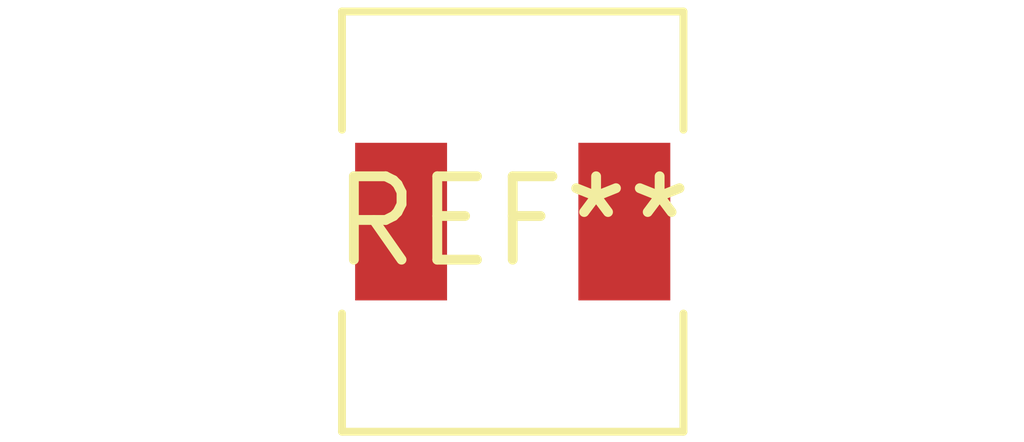
<source format=kicad_pcb>
(kicad_pcb (version 20240108) (generator pcbnew)
  (layers (0 "F.Cu" signal) (31 "B.Cu" signal) (34 "B.Paste" user) (35 "F.Paste" user) (36 "B.SilkS" user "B.Silkscreen") (37 "F.SilkS" user "F.Silkscreen") (38 "B.Mask" user) (39 "F.Mask" user) (44 "Edge.Cuts" user))
  (net 0 "")
  (footprint "L_Neosid_SMs50" (layer "F.Cu") (at 0 0)
    (property "Reference" "REF**")
    (property "Value" "L_Neosid_SMs50")
    (fp_line (start -2.6 -3.2) (end 2.6 -3.2) (layer "F.SilkS") (stroke (width 0.12)))
    (fp_line (start -2.6 -1.4) (end -2.6 -3.2) (layer "F.SilkS") (stroke (width 0.12)))
    (fp_line (start -2.6 3.2) (end -2.6 1.4) (layer "F.SilkS") (stroke (width 0.12)))
    (fp_line (start 2.6 -3.2) (end 2.6 -1.4) (layer "F.SilkS") (stroke (width 0.12)))
    (fp_line (start 2.6 1.4) (end 2.6 3.2) (layer "F.SilkS") (stroke (width 0.12)))
    (fp_line (start 2.6 3.2) (end -2.6 3.2) (layer "F.SilkS") (stroke (width 0.12)))
    (pad "1" smd rect (at -1.7 0) (size 1.4 2.4) (layers "F.Cu" "F.Paste" "F.Mask"))
    (pad "2" smd rect (at 1.7 0) (size 1.4 2.4) (layers "F.Cu" "F.Paste" "F.Mask"))
  )
)
</source>
